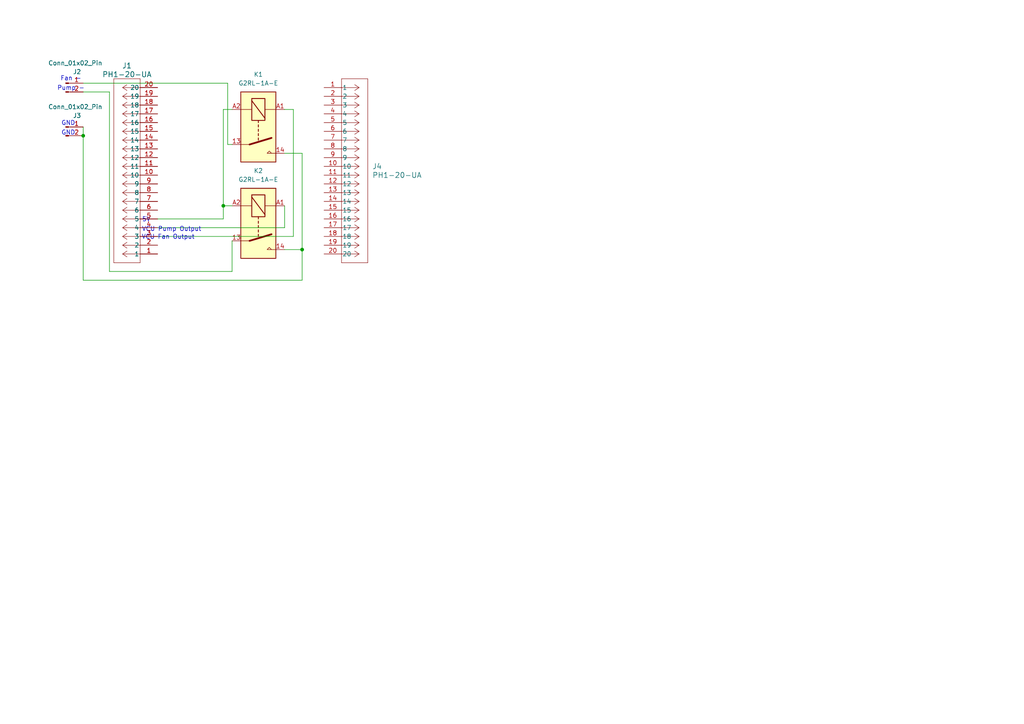
<source format=kicad_sch>
(kicad_sch (version 20231120) (generator "eeschema") (generator_version "8.0")
  (paper "A4")
  (lib_symbols
    (symbol "20 pins:PH1-20-UA" (pin_names (offset 0.254))
      (property "Reference" "J" (at 8.89 6.35 0))
      (property "Value" "PH1-20-UA" (at 0 0 0))
      (symbol "PH1-20-UA_1_1"
        (polyline (pts (xy 5.08 -50.8) (xy 12.7 -50.8)) (stroke (width 0.127)))
        (polyline (pts (xy 5.08 2.54) (xy 5.08 -50.8)) (stroke (width 0.127)))
        (polyline (pts (xy 10.16 -48.26) (xy 5.08 -48.26)) (stroke (width 0.127)))
        (polyline (pts (xy 10.16 -48.26) (xy 8.89 -49.1067)) (stroke (width 0.127)))
        (polyline (pts (xy 10.16 -48.26) (xy 8.89 -47.4133)) (stroke (width 0.127)))
        (polyline (pts (xy 10.16 -45.72) (xy 5.08 -45.72)) (stroke (width 0.127)))
        (polyline (pts (xy 10.16 -45.72) (xy 8.89 -46.5667)) (stroke (width 0.127)))
        (polyline (pts (xy 10.16 -45.72) (xy 8.89 -44.8733)) (stroke (width 0.127)))
        (polyline (pts (xy 10.16 -43.18) (xy 5.08 -43.18)) (stroke (width 0.127)))
        (polyline (pts (xy 10.16 -43.18) (xy 8.89 -44.0267)) (stroke (width 0.127)))
        (polyline (pts (xy 10.16 -43.18) (xy 8.89 -42.3333)) (stroke (width 0.127)))
        (polyline (pts (xy 10.16 -40.64) (xy 5.08 -40.64)) (stroke (width 0.127)))
        (polyline (pts (xy 10.16 -40.64) (xy 8.89 -41.4867)) (stroke (width 0.127)))
        (polyline (pts (xy 10.16 -40.64) (xy 8.89 -39.7933)) (stroke (width 0.127)))
        (polyline (pts (xy 10.16 -38.1) (xy 5.08 -38.1)) (stroke (width 0.127)))
        (polyline (pts (xy 10.16 -38.1) (xy 8.89 -38.9467)) (stroke (width 0.127)))
        (polyline (pts (xy 10.16 -38.1) (xy 8.89 -37.2533)) (stroke (width 0.127)))
        (polyline (pts (xy 10.16 -35.56) (xy 5.08 -35.56)) (stroke (width 0.127)))
        (polyline (pts (xy 10.16 -35.56) (xy 8.89 -36.4067)) (stroke (width 0.127)))
        (polyline (pts (xy 10.16 -35.56) (xy 8.89 -34.7133)) (stroke (width 0.127)))
        (polyline (pts (xy 10.16 -33.02) (xy 5.08 -33.02)) (stroke (width 0.127)))
        (polyline (pts (xy 10.16 -33.02) (xy 8.89 -33.8667)) (stroke (width 0.127)))
        (polyline (pts (xy 10.16 -33.02) (xy 8.89 -32.1733)) (stroke (width 0.127)))
        (polyline (pts (xy 10.16 -30.48) (xy 5.08 -30.48)) (stroke (width 0.127)))
        (polyline (pts (xy 10.16 -30.48) (xy 8.89 -31.3267)) (stroke (width 0.127)))
        (polyline (pts (xy 10.16 -30.48) (xy 8.89 -29.6333)) (stroke (width 0.127)))
        (polyline (pts (xy 10.16 -27.94) (xy 5.08 -27.94)) (stroke (width 0.127)))
        (polyline (pts (xy 10.16 -27.94) (xy 8.89 -28.7867)) (stroke (width 0.127)))
        (polyline (pts (xy 10.16 -27.94) (xy 8.89 -27.0933)) (stroke (width 0.127)))
        (polyline (pts (xy 10.16 -25.4) (xy 5.08 -25.4)) (stroke (width 0.127)))
        (polyline (pts (xy 10.16 -25.4) (xy 8.89 -26.2467)) (stroke (width 0.127)))
        (polyline (pts (xy 10.16 -25.4) (xy 8.89 -24.5533)) (stroke (width 0.127)))
        (polyline (pts (xy 10.16 -22.86) (xy 5.08 -22.86)) (stroke (width 0.127)))
        (polyline (pts (xy 10.16 -22.86) (xy 8.89 -23.7067)) (stroke (width 0.127)))
        (polyline (pts (xy 10.16 -22.86) (xy 8.89 -22.0133)) (stroke (width 0.127)))
        (polyline (pts (xy 10.16 -20.32) (xy 5.08 -20.32)) (stroke (width 0.127)))
        (polyline (pts (xy 10.16 -20.32) (xy 8.89 -21.1667)) (stroke (width 0.127)))
        (polyline (pts (xy 10.16 -20.32) (xy 8.89 -19.4733)) (stroke (width 0.127)))
        (polyline (pts (xy 10.16 -17.78) (xy 5.08 -17.78)) (stroke (width 0.127)))
        (polyline (pts (xy 10.16 -17.78) (xy 8.89 -18.6267)) (stroke (width 0.127)))
        (polyline (pts (xy 10.16 -17.78) (xy 8.89 -16.9333)) (stroke (width 0.127)))
        (polyline (pts (xy 10.16 -15.24) (xy 5.08 -15.24)) (stroke (width 0.127)))
        (polyline (pts (xy 10.16 -15.24) (xy 8.89 -16.0867)) (stroke (width 0.127)))
        (polyline (pts (xy 10.16 -15.24) (xy 8.89 -14.3933)) (stroke (width 0.127)))
        (polyline (pts (xy 10.16 -12.7) (xy 5.08 -12.7)) (stroke (width 0.127)))
        (polyline (pts (xy 10.16 -12.7) (xy 8.89 -13.5467)) (stroke (width 0.127)))
        (polyline (pts (xy 10.16 -12.7) (xy 8.89 -11.8533)) (stroke (width 0.127)))
        (polyline (pts (xy 10.16 -10.16) (xy 5.08 -10.16)) (stroke (width 0.127)))
        (polyline (pts (xy 10.16 -10.16) (xy 8.89 -11.0067)) (stroke (width 0.127)))
        (polyline (pts (xy 10.16 -10.16) (xy 8.89 -9.3133)) (stroke (width 0.127)))
        (polyline (pts (xy 10.16 -7.62) (xy 5.08 -7.62)) (stroke (width 0.127)))
        (polyline (pts (xy 10.16 -7.62) (xy 8.89 -8.4667)) (stroke (width 0.127)))
        (polyline (pts (xy 10.16 -7.62) (xy 8.89 -6.7733)) (stroke (width 0.127)))
        (polyline (pts (xy 10.16 -5.08) (xy 5.08 -5.08)) (stroke (width 0.127)))
        (polyline (pts (xy 10.16 -5.08) (xy 8.89 -5.9267)) (stroke (width 0.127)))
        (polyline (pts (xy 10.16 -5.08) (xy 8.89 -4.2333)) (stroke (width 0.127)))
        (polyline (pts (xy 10.16 -2.54) (xy 5.08 -2.54)) (stroke (width 0.127)))
        (polyline (pts (xy 10.16 -2.54) (xy 8.89 -3.3867)) (stroke (width 0.127)))
        (polyline (pts (xy 10.16 -2.54) (xy 8.89 -1.6933)) (stroke (width 0.127)))
        (polyline (pts (xy 10.16 0) (xy 5.08 0)) (stroke (width 0.127)))
        (polyline (pts (xy 10.16 0) (xy 8.89 -0.8467)) (stroke (width 0.127)))
        (polyline (pts (xy 10.16 0) (xy 8.89 0.8467)) (stroke (width 0.127)))
        (polyline (pts (xy 12.7 -50.8) (xy 12.7 2.54)) (stroke (width 0.127)))
        (polyline (pts (xy 12.7 2.54) (xy 5.08 2.54)) (stroke (width 0.127)))
        (pin unspecified line (at 0 0 0) (length 5.08) (name "1") (number "1"))
        (pin unspecified line (at 0 -22.86 0) (length 5.08) (name "10") (number "10"))
        (pin unspecified line (at 0 -25.4 0) (length 5.08) (name "11") (number "11"))
        (pin unspecified line (at 0 -27.94 0) (length 5.08) (name "12") (number "12"))
        (pin unspecified line (at 0 -30.48 0) (length 5.08) (name "13") (number "13"))
        (pin unspecified line (at 0 -33.02 0) (length 5.08) (name "14") (number "14"))
        (pin unspecified line (at 0 -35.56 0) (length 5.08) (name "15") (number "15"))
        (pin unspecified line (at 0 -38.1 0) (length 5.08) (name "16") (number "16"))
        (pin unspecified line (at 0 -40.64 0) (length 5.08) (name "17") (number "17"))
        (pin unspecified line (at 0 -43.18 0) (length 5.08) (name "18") (number "18"))
        (pin unspecified line (at 0 -45.72 0) (length 5.08) (name "19") (number "19"))
        (pin unspecified line (at 0 -2.54 0) (length 5.08) (name "2") (number "2"))
        (pin unspecified line (at 0 -48.26 0) (length 5.08) (name "20") (number "20"))
        (pin unspecified line (at 0 -5.08 0) (length 5.08) (name "3") (number "3"))
        (pin unspecified line (at 0 -7.62 0) (length 5.08) (name "4") (number "4"))
        (pin unspecified line (at 0 -10.16 0) (length 5.08) (name "5") (number "5"))
        (pin unspecified line (at 0 -12.7 0) (length 5.08) (name "6") (number "6"))
        (pin unspecified line (at 0 -15.24 0) (length 5.08) (name "7") (number "7"))
        (pin unspecified line (at 0 -17.78 0) (length 5.08) (name "8") (number "8"))
        (pin unspecified line (at 0 -20.32 0) (length 5.08) (name "9") (number "9"))
      )
      (symbol "PH1-20-UA_1_2"
        (polyline (pts (xy 5.08 -50.8) (xy 12.7 -50.8)) (stroke (width 0.127)))
        (polyline (pts (xy 5.08 2.54) (xy 5.08 -50.8)) (stroke (width 0.127)))
        (polyline (pts (xy 7.62 -48.26) (xy 5.08 -48.26)) (stroke (width 0.127)))
        (polyline (pts (xy 7.62 -48.26) (xy 8.89 -49.1067)) (stroke (width 0.127)))
        (polyline (pts (xy 7.62 -48.26) (xy 8.89 -47.4133)) (stroke (width 0.127)))
        (polyline (pts (xy 7.62 -45.72) (xy 5.08 -45.72)) (stroke (width 0.127)))
        (polyline (pts (xy 7.62 -45.72) (xy 8.89 -46.5667)) (stroke (width 0.127)))
        (polyline (pts (xy 7.62 -45.72) (xy 8.89 -44.8733)) (stroke (width 0.127)))
        (polyline (pts (xy 7.62 -43.18) (xy 5.08 -43.18)) (stroke (width 0.127)))
        (polyline (pts (xy 7.62 -43.18) (xy 8.89 -44.0267)) (stroke (width 0.127)))
        (polyline (pts (xy 7.62 -43.18) (xy 8.89 -42.3333)) (stroke (width 0.127)))
        (polyline (pts (xy 7.62 -40.64) (xy 5.08 -40.64)) (stroke (width 0.127)))
        (polyline (pts (xy 7.62 -40.64) (xy 8.89 -41.4867)) (stroke (width 0.127)))
        (polyline (pts (xy 7.62 -40.64) (xy 8.89 -39.7933)) (stroke (width 0.127)))
        (polyline (pts (xy 7.62 -38.1) (xy 5.08 -38.1)) (stroke (width 0.127)))
        (polyline (pts (xy 7.62 -38.1) (xy 8.89 -38.9467)) (stroke (width 0.127)))
        (polyline (pts (xy 7.62 -38.1) (xy 8.89 -37.2533)) (stroke (width 0.127)))
        (polyline (pts (xy 7.62 -35.56) (xy 5.08 -35.56)) (stroke (width 0.127)))
        (polyline (pts (xy 7.62 -35.56) (xy 8.89 -36.4067)) (stroke (width 0.127)))
        (polyline (pts (xy 7.62 -35.56) (xy 8.89 -34.7133)) (stroke (width 0.127)))
        (polyline (pts (xy 7.62 -33.02) (xy 5.08 -33.02)) (stroke (width 0.127)))
        (polyline (pts (xy 7.62 -33.02) (xy 8.89 -33.8667)) (stroke (width 0.127)))
        (polyline (pts (xy 7.62 -33.02) (xy 8.89 -32.1733)) (stroke (width 0.127)))
        (polyline (pts (xy 7.62 -30.48) (xy 5.08 -30.48)) (stroke (width 0.127)))
        (polyline (pts (xy 7.62 -30.48) (xy 8.89 -31.3267)) (stroke (width 0.127)))
        (polyline (pts (xy 7.62 -30.48) (xy 8.89 -29.6333)) (stroke (width 0.127)))
        (polyline (pts (xy 7.62 -27.94) (xy 5.08 -27.94)) (stroke (width 0.127)))
        (polyline (pts (xy 7.62 -27.94) (xy 8.89 -28.7867)) (stroke (width 0.127)))
        (polyline (pts (xy 7.62 -27.94) (xy 8.89 -27.0933)) (stroke (width 0.127)))
        (polyline (pts (xy 7.62 -25.4) (xy 5.08 -25.4)) (stroke (width 0.127)))
        (polyline (pts (xy 7.62 -25.4) (xy 8.89 -26.2467)) (stroke (width 0.127)))
        (polyline (pts (xy 7.62 -25.4) (xy 8.89 -24.5533)) (stroke (width 0.127)))
        (polyline (pts (xy 7.62 -22.86) (xy 5.08 -22.86)) (stroke (width 0.127)))
        (polyline (pts (xy 7.62 -22.86) (xy 8.89 -23.7067)) (stroke (width 0.127)))
        (polyline (pts (xy 7.62 -22.86) (xy 8.89 -22.0133)) (stroke (width 0.127)))
        (polyline (pts (xy 7.62 -20.32) (xy 5.08 -20.32)) (stroke (width 0.127)))
        (polyline (pts (xy 7.62 -20.32) (xy 8.89 -21.1667)) (stroke (width 0.127)))
        (polyline (pts (xy 7.62 -20.32) (xy 8.89 -19.4733)) (stroke (width 0.127)))
        (polyline (pts (xy 7.62 -17.78) (xy 5.08 -17.78)) (stroke (width 0.127)))
        (polyline (pts (xy 7.62 -17.78) (xy 8.89 -18.6267)) (stroke (width 0.127)))
        (polyline (pts (xy 7.62 -17.78) (xy 8.89 -16.9333)) (stroke (width 0.127)))
        (polyline (pts (xy 7.62 -15.24) (xy 5.08 -15.24)) (stroke (width 0.127)))
        (polyline (pts (xy 7.62 -15.24) (xy 8.89 -16.0867)) (stroke (width 0.127)))
        (polyline (pts (xy 7.62 -15.24) (xy 8.89 -14.3933)) (stroke (width 0.127)))
        (polyline (pts (xy 7.62 -12.7) (xy 5.08 -12.7)) (stroke (width 0.127)))
        (polyline (pts (xy 7.62 -12.7) (xy 8.89 -13.5467)) (stroke (width 0.127)))
        (polyline (pts (xy 7.62 -12.7) (xy 8.89 -11.8533)) (stroke (width 0.127)))
        (polyline (pts (xy 7.62 -10.16) (xy 5.08 -10.16)) (stroke (width 0.127)))
        (polyline (pts (xy 7.62 -10.16) (xy 8.89 -11.0067)) (stroke (width 0.127)))
        (polyline (pts (xy 7.62 -10.16) (xy 8.89 -9.3133)) (stroke (width 0.127)))
        (polyline (pts (xy 7.62 -7.62) (xy 5.08 -7.62)) (stroke (width 0.127)))
        (polyline (pts (xy 7.62 -7.62) (xy 8.89 -8.4667)) (stroke (width 0.127)))
        (polyline (pts (xy 7.62 -7.62) (xy 8.89 -6.7733)) (stroke (width 0.127)))
        (polyline (pts (xy 7.62 -5.08) (xy 5.08 -5.08)) (stroke (width 0.127)))
        (polyline (pts (xy 7.62 -5.08) (xy 8.89 -5.9267)) (stroke (width 0.127)))
        (polyline (pts (xy 7.62 -5.08) (xy 8.89 -4.2333)) (stroke (width 0.127)))
        (polyline (pts (xy 7.62 -2.54) (xy 5.08 -2.54)) (stroke (width 0.127)))
        (polyline (pts (xy 7.62 -2.54) (xy 8.89 -3.3867)) (stroke (width 0.127)))
        (polyline (pts (xy 7.62 -2.54) (xy 8.89 -1.6933)) (stroke (width 0.127)))
        (polyline (pts (xy 7.62 0) (xy 5.08 0)) (stroke (width 0.127)))
        (polyline (pts (xy 7.62 0) (xy 8.89 -0.8467)) (stroke (width 0.127)))
        (polyline (pts (xy 7.62 0) (xy 8.89 0.8467)) (stroke (width 0.127)))
        (polyline (pts (xy 12.7 -50.8) (xy 12.7 2.54)) (stroke (width 0.127)))
        (polyline (pts (xy 12.7 2.54) (xy 5.08 2.54)) (stroke (width 0.127)))
        (pin unspecified line (at 0 0 0) (length 5.08) (name "1") (number "1"))
        (pin unspecified line (at 0 -22.86 0) (length 5.08) (name "10") (number "10"))
        (pin unspecified line (at 0 -25.4 0) (length 5.08) (name "11") (number "11"))
        (pin unspecified line (at 0 -27.94 0) (length 5.08) (name "12") (number "12"))
        (pin unspecified line (at 0 -30.48 0) (length 5.08) (name "13") (number "13"))
        (pin unspecified line (at 0 -33.02 0) (length 5.08) (name "14") (number "14"))
        (pin unspecified line (at 0 -35.56 0) (length 5.08) (name "15") (number "15"))
        (pin unspecified line (at 0 -38.1 0) (length 5.08) (name "16") (number "16"))
        (pin unspecified line (at 0 -40.64 0) (length 5.08) (name "17") (number "17"))
        (pin unspecified line (at 0 -43.18 0) (length 5.08) (name "18") (number "18"))
        (pin unspecified line (at 0 -45.72 0) (length 5.08) (name "19") (number "19"))
        (pin unspecified line (at 0 -2.54 0) (length 5.08) (name "2") (number "2"))
        (pin unspecified line (at 0 -48.26 0) (length 5.08) (name "20") (number "20"))
        (pin unspecified line (at 0 -5.08 0) (length 5.08) (name "3") (number "3"))
        (pin unspecified line (at 0 -7.62 0) (length 5.08) (name "4") (number "4"))
        (pin unspecified line (at 0 -10.16 0) (length 5.08) (name "5") (number "5"))
        (pin unspecified line (at 0 -12.7 0) (length 5.08) (name "6") (number "6"))
        (pin unspecified line (at 0 -15.24 0) (length 5.08) (name "7") (number "7"))
        (pin unspecified line (at 0 -17.78 0) (length 5.08) (name "8") (number "8"))
        (pin unspecified line (at 0 -20.32 0) (length 5.08) (name "9") (number "9"))
      )
    )
    (symbol "Connector:Conn_01x02_Pin" (pin_names (offset 1.016) hide)
      (property "Reference" "J" (at 0 2.54 0))
      (property "Value" "Conn_01x02_Pin" (at 0 -5.08 0))
      (symbol "Conn_01x02_Pin_1_1"
        (polyline (pts (xy 1.27 -2.54) (xy 0.8636 -2.54)) (stroke (width 0.1524)))
        (polyline (pts (xy 1.27 0) (xy 0.8636 0)) (stroke (width 0.1524)))
        (rectangle (start 0.8636 -2.413) (end 0 -2.667) (stroke (width 0.1524)) (fill (type outline)))
        (rectangle (start 0.8636 0.127) (end 0 -0.127) (stroke (width 0.1524)) (fill (type outline)))
        (pin passive line (at 5.08 0 180) (length 3.81) (name "Pin_1") (number "1"))
        (pin passive line (at 5.08 -2.54 180) (length 3.81) (name "Pin_2") (number "2"))
      )
    )
    (symbol "Relay:G2RL-1A-E"
      (property "Reference" "K" (at 11.43 3.81 0))
      (property "Value" "G2RL-1A-E" (at 11.43 1.27 0))
      (symbol "G2RL-1A-E_0_0"
        (polyline (pts (xy 7.62 5.08) (xy 7.62 2.54) (xy 6.985 3.175) (xy 7.62 3.81)))
      )
      (symbol "G2RL-1A-E_0_1"
        (rectangle (start -10.16 5.08) (end 10.16 -5.08) (stroke (width 0.254)) (fill (type background)))
        (rectangle (start -8.255 1.905) (end -1.905 -1.905) (stroke (width 0.254)))
        (polyline (pts (xy -7.62 -1.905) (xy -2.54 1.905)) (stroke (width 0.254)))
        (polyline (pts (xy -5.08 -5.08) (xy -5.08 -1.905)))
        (polyline (pts (xy -5.08 5.08) (xy -5.08 1.905)))
        (polyline (pts (xy -1.905 0) (xy -1.27 0)) (stroke (width 0.254)))
        (polyline (pts (xy -0.635 0) (xy 0 0)) (stroke (width 0.254)))
        (polyline (pts (xy 0.635 0) (xy 1.27 0)) (stroke (width 0.254)))
        (polyline (pts (xy 1.905 0) (xy 2.54 0)) (stroke (width 0.254)))
        (polyline (pts (xy 3.175 0) (xy 3.81 0)) (stroke (width 0.254)))
        (polyline (pts (xy 5.08 -2.54) (xy 3.175 3.81)) (stroke (width 0.508)))
        (polyline (pts (xy 5.08 -2.54) (xy 5.08 -5.08)))
      )
      (symbol "G2RL-1A-E_1_1"
        (pin passive line (at 5.08 -7.62 90) (length 2.54) (name "~") (number "13"))
        (pin passive line (at 7.62 7.62 270) (length 2.54) (name "~") (number "14"))
        (pin passive line (at -5.08 7.62 270) (length 2.54) (name "~") (number "A1"))
        (pin passive line (at -5.08 -7.62 90) (length 2.54) (name "~") (number "A2"))
      )
    )
  )
  (junction (at 64.77 59.69))
  (junction (at 24.13 39.37))
  (junction (at 87.63 72.39))
  (wire (pts (xy 67.31 69.85) (xy 67.31 78.74)))
  (wire (pts (xy 64.77 31.75) (xy 64.77 59.69)))
  (wire (pts (xy 31.75 26.67) (xy 31.75 78.74)))
  (wire (pts (xy 67.31 41.91) (xy 66.04 41.91)))
  (wire (pts (xy 24.13 24.13) (xy 66.04 24.13)))
  (wire (pts (xy 31.75 78.74) (xy 67.31 78.74)))
  (wire (pts (xy 45.72 68.58) (xy 85.09 68.58)))
  (wire (pts (xy 64.77 63.5) (xy 64.77 59.69)))
  (wire (pts (xy 64.77 59.69) (xy 67.31 59.69)))
  (wire (pts (xy 85.09 31.75) (xy 82.55 31.75)))
  (wire (pts (xy 45.72 63.5) (xy 64.77 63.5)))
  (wire (pts (xy 87.63 72.39) (xy 87.63 81.28)))
  (wire (pts (xy 24.13 26.67) (xy 31.75 26.67)))
  (wire (pts (xy 85.09 31.75) (xy 85.09 68.58)))
  (wire (pts (xy 87.63 44.45) (xy 87.63 72.39)))
  (wire (pts (xy 87.63 72.39) (xy 82.55 72.39)))
  (wire (pts (xy 66.04 24.13) (xy 66.04 41.91)))
  (wire (pts (xy 82.55 44.45) (xy 87.63 44.45)))
  (wire (pts (xy 24.13 81.28) (xy 24.13 39.37)))
  (wire (pts (xy 82.55 66.04) (xy 45.72 66.04)))
  (wire (pts (xy 67.31 31.75) (xy 64.77 31.75)))
  (wire (pts (xy 87.63 81.28) (xy 24.13 81.28)))
  (wire (pts (xy 82.55 59.69) (xy 82.55 66.04)))
  (wire (pts (xy 24.13 36.83) (xy 24.13 39.37)))
  (text "GND" (at 19.812 35.814 0) (effects (font (size 1.27 1.27))))
  (text "Pump -" (at 20.574 25.654 0) (effects (font (size 1.27 1.27))))
  (text "VCU Fan Output\n" (at 48.768 68.834 0) (effects (font (size 1.27 1.27))))
  (text "5V" (at 42.418 63.754 0) (effects (font (size 1.27 1.27))))
  (text "GND" (at 19.812 38.608 0) (effects (font (size 1.27 1.27))))
  (text "Fan -" (at 20.574 22.86 0) (effects (font (size 1.27 1.27))))
  (text "VCU Pump Output\n" (at 49.784 66.548 0) (effects (font (size 1.27 1.27))))
  (symbol (lib_id "Relay:G2RL-1A-E") (at 74.93 36.83 270) (unit 1)
    (property "Reference" "K1" (at 74.93 21.59 90))
    (property "Value" "G2RL-1A-E" (at 74.93 24.13 90))
    (property "Footprint" "Relay_THT:Relay_SPST_Omron_G2RL-1A-E" (effects (hide yes)))
    (property "Datasheet" "https://omronfs.omron.com/en_US/ecb/products/pdf/en-g2rl.pdf" (effects (hide yes)))
    (property "Description" "General Purpose Low Profile Relay SPST Through Hole High Capacity, Omron G2RL series, Normally Open, 16A 250VAC" (effects (hide yes)))
  )
  (symbol (lib_id "20 pins:PH1-20-UA") (at 45.72 73.66 180) (unit 1)
    (property "Reference" "J1" (at 36.83 19.05 0) (effects (font (size 1.524 1.524))))
    (property "Value" "PH1-20-UA" (at 36.83 21.59 0) (effects (font (size 1.524 1.524))))
    (property "Footprint" "Connector_PinHeader_2.54mm:PinHeader_1x20_P2.54mm_Vertical" (effects (hide yes)))
    (property "Datasheet" "https://app.adam-tech.com/products/download/data_sheet/201605/ph1-xx-ua-data-sheet.pdf" (effects (hide yes)))
  )
  (symbol (lib_id "Relay:G2RL-1A-E") (at 74.93 64.77 270) (unit 1)
    (property "Reference" "K2" (at 74.93 49.53 90))
    (property "Value" "G2RL-1A-E" (at 74.93 52.07 90))
    (property "Footprint" "Relay_THT:Relay_SPST_Omron_G2RL-1A-E" (effects (hide yes)))
    (property "Datasheet" "https://omronfs.omron.com/en_US/ecb/products/pdf/en-g2rl.pdf" (effects (hide yes)))
    (property "Description" "General Purpose Low Profile Relay SPST Through Hole High Capacity, Omron G2RL series, Normally Open, 16A 250VAC" (effects (hide yes)))
  )
  (symbol (lib_id "Connector:Conn_01x02_Pin") (at 19.05 24.13 0) (unit 1)
    (property "Reference" "J2" (at 22.352 20.828 0))
    (property "Value" "Conn_01x02_Pin" (at 21.844 18.288 0))
    (property "Footprint" "TerminalBlock_Phoenix:TerminalBlock_Phoenix_PT-1,5-2-5.0-H_1x02_P5.00mm_Horizontal" (effects (hide yes)))
  )
  (symbol (lib_id "20 pins:PH1-20-UA") (at 93.98 25.4 0) (unit 1)
    (property "Reference" "J4" (at 107.95 48.2599 0) (effects (font (size 1.524 1.524)) (justify left)))
    (property "Value" "PH1-20-UA" (at 107.95 50.7999 0) (effects (font (size 1.524 1.524)) (justify left)))
    (property "Footprint" "Connector_PinHeader_2.54mm:PinHeader_1x20_P2.54mm_Vertical" (effects (hide yes)))
    (property "Datasheet" "https://app.adam-tech.com/products/download/data_sheet/201605/ph1-xx-ua-data-sheet.pdf" (effects (hide yes)))
  )
  (symbol (lib_id "Connector:Conn_01x02_Pin") (at 19.05 36.83 0) (unit 1)
    (property "Reference" "J3" (at 22.352 33.528 0))
    (property "Value" "Conn_01x02_Pin" (at 21.844 30.988 0))
    (property "Footprint" "TerminalBlock_Phoenix:TerminalBlock_Phoenix_PT-1,5-2-5.0-H_1x02_P5.00mm_Horizontal" (effects (hide yes)))
  )
)
</source>
